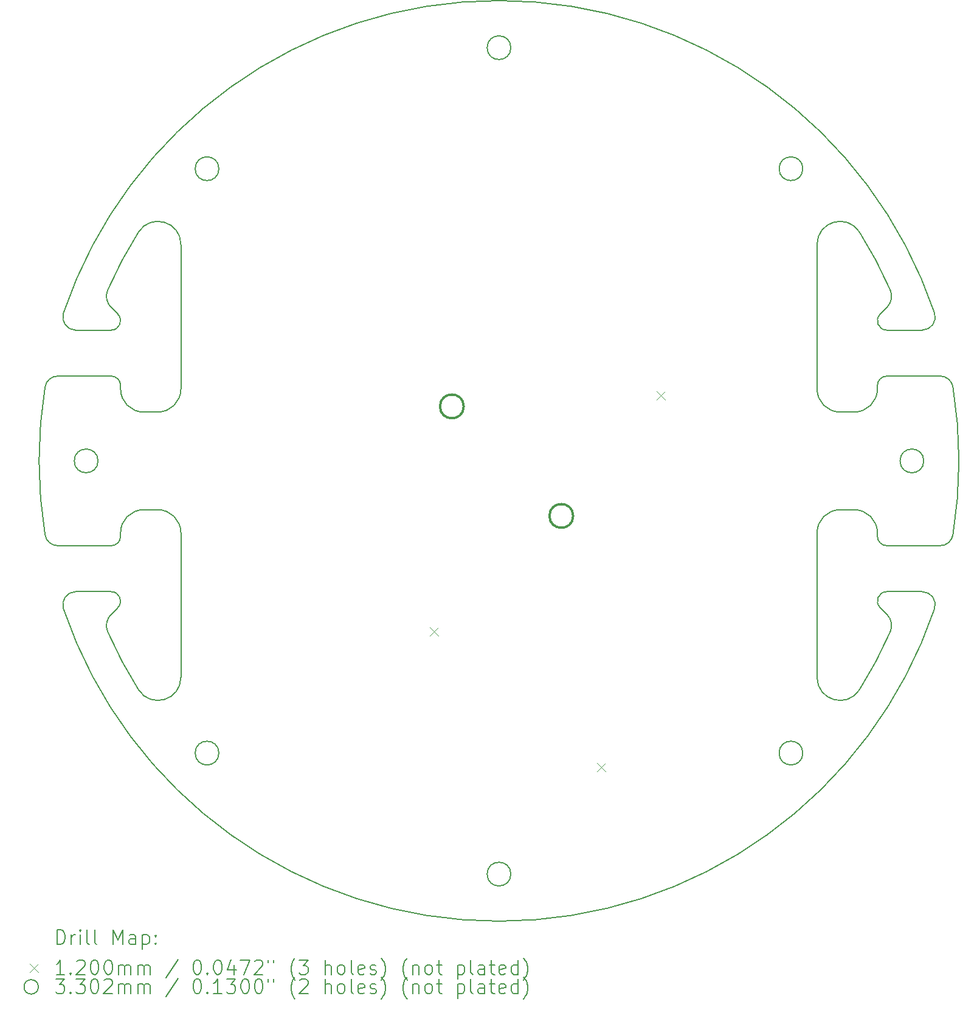
<source format=gbr>
%TF.GenerationSoftware,KiCad,Pcbnew,9.0.6-9.0.6~ubuntu24.04.1*%
%TF.CreationDate,2026-01-15T22:14:19+01:00*%
%TF.ProjectId,tuba-electronics,74756261-2d65-46c6-9563-74726f6e6963,0*%
%TF.SameCoordinates,Original*%
%TF.FileFunction,Drillmap*%
%TF.FilePolarity,Positive*%
%FSLAX45Y45*%
G04 Gerber Fmt 4.5, Leading zero omitted, Abs format (unit mm)*
G04 Created by KiCad (PCBNEW 9.0.6-9.0.6~ubuntu24.04.1) date 2026-01-15 22:14:19*
%MOMM*%
%LPD*%
G01*
G04 APERTURE LIST*
%ADD10C,0.200000*%
%ADD11C,0.120000*%
%ADD12C,0.330200*%
G04 APERTURE END LIST*
D10*
X19451654Y-12162993D02*
X19451654Y-10150000D01*
X20423650Y-7014156D02*
X20423650Y-7014156D01*
X8877500Y-10330000D02*
X9621654Y-10330000D01*
X10591654Y-12162993D02*
G75*
G02*
X10001432Y-12334398I-320000J0D01*
G01*
X20936654Y-9150000D02*
G75*
G02*
X20606654Y-9150000I-165000J0D01*
G01*
X20606654Y-9150000D02*
G75*
G02*
X20936654Y-9150000I165000J0D01*
G01*
X20469698Y-11529463D02*
G75*
G02*
X20041876Y-12334399I-5448028J2379453D01*
G01*
X21087077Y-7092169D02*
G75*
G02*
X20916620Y-7330000I-170457J-57831D01*
G01*
X21165801Y-7970000D02*
X20421654Y-7970000D01*
X20916620Y-10970000D02*
G75*
G02*
X21087077Y-11207831I0J-180000D01*
G01*
X20041876Y-12334398D02*
G75*
G02*
X19451646Y-12162993I-270226J171409D01*
G01*
X19771654Y-8470000D02*
G75*
G02*
X19451650Y-8150000I-4J320000D01*
G01*
X9621654Y-7970000D02*
X8876365Y-7970000D01*
X20291654Y-8100000D02*
G75*
G02*
X20421654Y-7970004I129996J0D01*
G01*
X9126682Y-7330000D02*
X9621654Y-7330000D01*
X9436654Y-9150000D02*
G75*
G02*
X9106654Y-9150000I-165000J0D01*
G01*
X9106654Y-9150000D02*
G75*
G02*
X9436654Y-9150000I165000J0D01*
G01*
X10071654Y-9830000D02*
X10271654Y-9830000D01*
X9751654Y-10150000D02*
G75*
G02*
X10071654Y-9830004I319996J0D01*
G01*
X9126682Y-7330000D02*
G75*
G02*
X8956224Y-7092166I-2J180000D01*
G01*
X20329730Y-11191924D02*
X20423651Y-11285845D01*
X20423650Y-7014156D02*
X20329730Y-7108076D01*
X8956231Y-7092169D02*
G75*
G02*
X21087077Y-7092169I6065423J-2057831D01*
G01*
X10591654Y-6137007D02*
X10591654Y-8150000D01*
X9619656Y-11285845D02*
X9713578Y-11191924D01*
X19451654Y-8150000D02*
X19451654Y-6137007D01*
X10001432Y-12334398D02*
G75*
G02*
X9573610Y-11529463I5020198J3184388D01*
G01*
X9619658Y-7014156D02*
G75*
G02*
X9573609Y-6770536I155562J155566D01*
G01*
X15186654Y-3400000D02*
G75*
G02*
X14856654Y-3400000I-165000J0D01*
G01*
X14856654Y-3400000D02*
G75*
G02*
X15186654Y-3400000I165000J0D01*
G01*
X19771654Y-9830000D02*
X19971654Y-9830000D01*
X19971654Y-9830000D02*
G75*
G02*
X20291650Y-10150000I-4J-320000D01*
G01*
X9573610Y-11529463D02*
G75*
G02*
X9619657Y-11285846I201610J88053D01*
G01*
X10001432Y-5965601D02*
G75*
G02*
X10591654Y-6137007I270223J-171406D01*
G01*
X19252518Y-13215864D02*
G75*
G02*
X18922518Y-13215864I-165000J0D01*
G01*
X18922518Y-13215864D02*
G75*
G02*
X19252518Y-13215864I165000J0D01*
G01*
X21343470Y-10178916D02*
G75*
G02*
X21165808Y-10329998I-177660J28916D01*
G01*
X9751654Y-10200000D02*
X9751654Y-10150000D01*
X21343470Y-8121084D02*
G75*
G02*
X21343470Y-10178916I-6321820J-1028916D01*
G01*
X10271654Y-8470000D02*
X10071654Y-8470000D01*
X20291654Y-10150000D02*
X20291654Y-10200000D01*
X10591654Y-10150000D02*
X10591654Y-12162993D01*
X20421654Y-7330000D02*
X20916620Y-7330000D01*
X9751654Y-8150000D02*
X9751654Y-8100000D01*
X20291654Y-8100000D02*
X20291654Y-8150000D01*
X21165801Y-7970000D02*
G75*
G02*
X21343471Y-8121084I-1J-180010D01*
G01*
X10591654Y-8150000D02*
G75*
G02*
X10271654Y-8470004I-320004J0D01*
G01*
X20291654Y-8150000D02*
G75*
G02*
X19971654Y-8470004I-320004J0D01*
G01*
X9621654Y-10970000D02*
X9126688Y-10970000D01*
X9621654Y-7970000D02*
G75*
G02*
X9751650Y-8100000I-4J-130000D01*
G01*
X9621654Y-10970000D02*
G75*
G02*
X9713576Y-11191922I-4J-130000D01*
G01*
X11120790Y-13215864D02*
G75*
G02*
X10790790Y-13215864I-165000J0D01*
G01*
X10790790Y-13215864D02*
G75*
G02*
X11120790Y-13215864I165000J0D01*
G01*
X19252518Y-5084136D02*
G75*
G02*
X18922518Y-5084136I-165000J0D01*
G01*
X18922518Y-5084136D02*
G75*
G02*
X19252518Y-5084136I165000J0D01*
G01*
X21087077Y-11207831D02*
G75*
G02*
X8956231Y-11207831I-6065423J2057831D01*
G01*
X19451654Y-10150000D02*
G75*
G02*
X19771654Y-9830004I319996J0D01*
G01*
X9713578Y-7108076D02*
G75*
G02*
X9621654Y-7330003I-91928J-91924D01*
G01*
X9573610Y-6770537D02*
G75*
G02*
X10001432Y-5965602I5448130J-2379513D01*
G01*
X20041876Y-5965601D02*
G75*
G02*
X20469698Y-6770537I-5020106J-3184339D01*
G01*
X19451654Y-12162993D02*
X19451654Y-12162993D01*
X20329730Y-11191924D02*
G75*
G02*
X20421654Y-10970003I91920J91924D01*
G01*
X8699838Y-10178916D02*
G75*
G02*
X8699838Y-8121084I6321812J1028916D01*
G01*
X9751654Y-10200000D02*
G75*
G02*
X9621654Y-10330004I-130004J0D01*
G01*
X9713578Y-7108076D02*
X9619658Y-7014156D01*
X19971654Y-8470000D02*
X19771654Y-8470000D01*
X20423651Y-11285845D02*
G75*
G02*
X20469699Y-11529464I-155561J-155565D01*
G01*
X20421654Y-10330000D02*
X21165808Y-10330000D01*
X20421654Y-10330000D02*
G75*
G02*
X20291650Y-10200000I-4J130000D01*
G01*
X19451654Y-6137007D02*
G75*
G02*
X20041869Y-5965606I319996J-3D01*
G01*
X20421654Y-7330000D02*
G75*
G02*
X20329728Y-7108074I-4J130000D01*
G01*
X20916620Y-10970000D02*
X20421654Y-10970000D01*
X8699838Y-8121084D02*
G75*
G02*
X8876365Y-7969994I177672J-28916D01*
G01*
X10271654Y-9830000D02*
G75*
G02*
X10591650Y-10150000I-4J-320000D01*
G01*
X11120790Y-5084136D02*
G75*
G02*
X10790790Y-5084136I-165000J0D01*
G01*
X10790790Y-5084136D02*
G75*
G02*
X11120790Y-5084136I165000J0D01*
G01*
X10071654Y-8470000D02*
G75*
G02*
X9751650Y-8150000I-4J320000D01*
G01*
X15186654Y-14900000D02*
G75*
G02*
X14856654Y-14900000I-165000J0D01*
G01*
X14856654Y-14900000D02*
G75*
G02*
X15186654Y-14900000I165000J0D01*
G01*
X20469698Y-6770537D02*
G75*
G02*
X20423650Y-7014156I-201618J-88053D01*
G01*
X8956231Y-11207831D02*
G75*
G02*
X9126688Y-10969998I170459J57831D01*
G01*
X8877500Y-10330000D02*
G75*
G02*
X8699838Y-10178916I0J180000D01*
G01*
D11*
X14057500Y-11465000D02*
X14177500Y-11585000D01*
X14177500Y-11465000D02*
X14057500Y-11585000D01*
X16387500Y-13350000D02*
X16507500Y-13470000D01*
X16507500Y-13350000D02*
X16387500Y-13470000D01*
X17217500Y-8180000D02*
X17337500Y-8300000D01*
X17337500Y-8180000D02*
X17217500Y-8300000D01*
D12*
X14530600Y-8391700D02*
G75*
G02*
X14200400Y-8391700I-165100J0D01*
G01*
X14200400Y-8391700D02*
G75*
G02*
X14530600Y-8391700I165100J0D01*
G01*
X16054600Y-9915700D02*
G75*
G02*
X15724400Y-9915700I-165100J0D01*
G01*
X15724400Y-9915700D02*
G75*
G02*
X16054600Y-9915700I165100J0D01*
G01*
D10*
X8867430Y-15876484D02*
X8867430Y-15676484D01*
X8867430Y-15676484D02*
X8915049Y-15676484D01*
X8915049Y-15676484D02*
X8943621Y-15686008D01*
X8943621Y-15686008D02*
X8962669Y-15705055D01*
X8962669Y-15705055D02*
X8972192Y-15724103D01*
X8972192Y-15724103D02*
X8981716Y-15762198D01*
X8981716Y-15762198D02*
X8981716Y-15790769D01*
X8981716Y-15790769D02*
X8972192Y-15828865D01*
X8972192Y-15828865D02*
X8962669Y-15847912D01*
X8962669Y-15847912D02*
X8943621Y-15866960D01*
X8943621Y-15866960D02*
X8915049Y-15876484D01*
X8915049Y-15876484D02*
X8867430Y-15876484D01*
X9067430Y-15876484D02*
X9067430Y-15743150D01*
X9067430Y-15781246D02*
X9076954Y-15762198D01*
X9076954Y-15762198D02*
X9086478Y-15752674D01*
X9086478Y-15752674D02*
X9105526Y-15743150D01*
X9105526Y-15743150D02*
X9124573Y-15743150D01*
X9191240Y-15876484D02*
X9191240Y-15743150D01*
X9191240Y-15676484D02*
X9181716Y-15686008D01*
X9181716Y-15686008D02*
X9191240Y-15695531D01*
X9191240Y-15695531D02*
X9200764Y-15686008D01*
X9200764Y-15686008D02*
X9191240Y-15676484D01*
X9191240Y-15676484D02*
X9191240Y-15695531D01*
X9315049Y-15876484D02*
X9296002Y-15866960D01*
X9296002Y-15866960D02*
X9286478Y-15847912D01*
X9286478Y-15847912D02*
X9286478Y-15676484D01*
X9419811Y-15876484D02*
X9400764Y-15866960D01*
X9400764Y-15866960D02*
X9391240Y-15847912D01*
X9391240Y-15847912D02*
X9391240Y-15676484D01*
X9648383Y-15876484D02*
X9648383Y-15676484D01*
X9648383Y-15676484D02*
X9715050Y-15819341D01*
X9715050Y-15819341D02*
X9781716Y-15676484D01*
X9781716Y-15676484D02*
X9781716Y-15876484D01*
X9962669Y-15876484D02*
X9962669Y-15771722D01*
X9962669Y-15771722D02*
X9953145Y-15752674D01*
X9953145Y-15752674D02*
X9934097Y-15743150D01*
X9934097Y-15743150D02*
X9896002Y-15743150D01*
X9896002Y-15743150D02*
X9876954Y-15752674D01*
X9962669Y-15866960D02*
X9943621Y-15876484D01*
X9943621Y-15876484D02*
X9896002Y-15876484D01*
X9896002Y-15876484D02*
X9876954Y-15866960D01*
X9876954Y-15866960D02*
X9867430Y-15847912D01*
X9867430Y-15847912D02*
X9867430Y-15828865D01*
X9867430Y-15828865D02*
X9876954Y-15809817D01*
X9876954Y-15809817D02*
X9896002Y-15800293D01*
X9896002Y-15800293D02*
X9943621Y-15800293D01*
X9943621Y-15800293D02*
X9962669Y-15790769D01*
X10057907Y-15743150D02*
X10057907Y-15943150D01*
X10057907Y-15752674D02*
X10076954Y-15743150D01*
X10076954Y-15743150D02*
X10115050Y-15743150D01*
X10115050Y-15743150D02*
X10134097Y-15752674D01*
X10134097Y-15752674D02*
X10143621Y-15762198D01*
X10143621Y-15762198D02*
X10153145Y-15781246D01*
X10153145Y-15781246D02*
X10153145Y-15838388D01*
X10153145Y-15838388D02*
X10143621Y-15857436D01*
X10143621Y-15857436D02*
X10134097Y-15866960D01*
X10134097Y-15866960D02*
X10115050Y-15876484D01*
X10115050Y-15876484D02*
X10076954Y-15876484D01*
X10076954Y-15876484D02*
X10057907Y-15866960D01*
X10238859Y-15857436D02*
X10248383Y-15866960D01*
X10248383Y-15866960D02*
X10238859Y-15876484D01*
X10238859Y-15876484D02*
X10229335Y-15866960D01*
X10229335Y-15866960D02*
X10238859Y-15857436D01*
X10238859Y-15857436D02*
X10238859Y-15876484D01*
X10238859Y-15752674D02*
X10248383Y-15762198D01*
X10248383Y-15762198D02*
X10238859Y-15771722D01*
X10238859Y-15771722D02*
X10229335Y-15762198D01*
X10229335Y-15762198D02*
X10238859Y-15752674D01*
X10238859Y-15752674D02*
X10238859Y-15771722D01*
D11*
X8486654Y-16145000D02*
X8606654Y-16265000D01*
X8606654Y-16145000D02*
X8486654Y-16265000D01*
D10*
X8972192Y-16296484D02*
X8857907Y-16296484D01*
X8915049Y-16296484D02*
X8915049Y-16096484D01*
X8915049Y-16096484D02*
X8896002Y-16125055D01*
X8896002Y-16125055D02*
X8876954Y-16144103D01*
X8876954Y-16144103D02*
X8857907Y-16153627D01*
X9057907Y-16277436D02*
X9067430Y-16286960D01*
X9067430Y-16286960D02*
X9057907Y-16296484D01*
X9057907Y-16296484D02*
X9048383Y-16286960D01*
X9048383Y-16286960D02*
X9057907Y-16277436D01*
X9057907Y-16277436D02*
X9057907Y-16296484D01*
X9143621Y-16115531D02*
X9153145Y-16106008D01*
X9153145Y-16106008D02*
X9172192Y-16096484D01*
X9172192Y-16096484D02*
X9219811Y-16096484D01*
X9219811Y-16096484D02*
X9238859Y-16106008D01*
X9238859Y-16106008D02*
X9248383Y-16115531D01*
X9248383Y-16115531D02*
X9257907Y-16134579D01*
X9257907Y-16134579D02*
X9257907Y-16153627D01*
X9257907Y-16153627D02*
X9248383Y-16182198D01*
X9248383Y-16182198D02*
X9134097Y-16296484D01*
X9134097Y-16296484D02*
X9257907Y-16296484D01*
X9381716Y-16096484D02*
X9400764Y-16096484D01*
X9400764Y-16096484D02*
X9419811Y-16106008D01*
X9419811Y-16106008D02*
X9429335Y-16115531D01*
X9429335Y-16115531D02*
X9438859Y-16134579D01*
X9438859Y-16134579D02*
X9448383Y-16172674D01*
X9448383Y-16172674D02*
X9448383Y-16220293D01*
X9448383Y-16220293D02*
X9438859Y-16258388D01*
X9438859Y-16258388D02*
X9429335Y-16277436D01*
X9429335Y-16277436D02*
X9419811Y-16286960D01*
X9419811Y-16286960D02*
X9400764Y-16296484D01*
X9400764Y-16296484D02*
X9381716Y-16296484D01*
X9381716Y-16296484D02*
X9362669Y-16286960D01*
X9362669Y-16286960D02*
X9353145Y-16277436D01*
X9353145Y-16277436D02*
X9343621Y-16258388D01*
X9343621Y-16258388D02*
X9334097Y-16220293D01*
X9334097Y-16220293D02*
X9334097Y-16172674D01*
X9334097Y-16172674D02*
X9343621Y-16134579D01*
X9343621Y-16134579D02*
X9353145Y-16115531D01*
X9353145Y-16115531D02*
X9362669Y-16106008D01*
X9362669Y-16106008D02*
X9381716Y-16096484D01*
X9572192Y-16096484D02*
X9591240Y-16096484D01*
X9591240Y-16096484D02*
X9610288Y-16106008D01*
X9610288Y-16106008D02*
X9619811Y-16115531D01*
X9619811Y-16115531D02*
X9629335Y-16134579D01*
X9629335Y-16134579D02*
X9638859Y-16172674D01*
X9638859Y-16172674D02*
X9638859Y-16220293D01*
X9638859Y-16220293D02*
X9629335Y-16258388D01*
X9629335Y-16258388D02*
X9619811Y-16277436D01*
X9619811Y-16277436D02*
X9610288Y-16286960D01*
X9610288Y-16286960D02*
X9591240Y-16296484D01*
X9591240Y-16296484D02*
X9572192Y-16296484D01*
X9572192Y-16296484D02*
X9553145Y-16286960D01*
X9553145Y-16286960D02*
X9543621Y-16277436D01*
X9543621Y-16277436D02*
X9534097Y-16258388D01*
X9534097Y-16258388D02*
X9524573Y-16220293D01*
X9524573Y-16220293D02*
X9524573Y-16172674D01*
X9524573Y-16172674D02*
X9534097Y-16134579D01*
X9534097Y-16134579D02*
X9543621Y-16115531D01*
X9543621Y-16115531D02*
X9553145Y-16106008D01*
X9553145Y-16106008D02*
X9572192Y-16096484D01*
X9724573Y-16296484D02*
X9724573Y-16163150D01*
X9724573Y-16182198D02*
X9734097Y-16172674D01*
X9734097Y-16172674D02*
X9753145Y-16163150D01*
X9753145Y-16163150D02*
X9781716Y-16163150D01*
X9781716Y-16163150D02*
X9800764Y-16172674D01*
X9800764Y-16172674D02*
X9810288Y-16191722D01*
X9810288Y-16191722D02*
X9810288Y-16296484D01*
X9810288Y-16191722D02*
X9819811Y-16172674D01*
X9819811Y-16172674D02*
X9838859Y-16163150D01*
X9838859Y-16163150D02*
X9867430Y-16163150D01*
X9867430Y-16163150D02*
X9886478Y-16172674D01*
X9886478Y-16172674D02*
X9896002Y-16191722D01*
X9896002Y-16191722D02*
X9896002Y-16296484D01*
X9991240Y-16296484D02*
X9991240Y-16163150D01*
X9991240Y-16182198D02*
X10000764Y-16172674D01*
X10000764Y-16172674D02*
X10019811Y-16163150D01*
X10019811Y-16163150D02*
X10048383Y-16163150D01*
X10048383Y-16163150D02*
X10067431Y-16172674D01*
X10067431Y-16172674D02*
X10076954Y-16191722D01*
X10076954Y-16191722D02*
X10076954Y-16296484D01*
X10076954Y-16191722D02*
X10086478Y-16172674D01*
X10086478Y-16172674D02*
X10105526Y-16163150D01*
X10105526Y-16163150D02*
X10134097Y-16163150D01*
X10134097Y-16163150D02*
X10153145Y-16172674D01*
X10153145Y-16172674D02*
X10162669Y-16191722D01*
X10162669Y-16191722D02*
X10162669Y-16296484D01*
X10553145Y-16086960D02*
X10381716Y-16344103D01*
X10810288Y-16096484D02*
X10829335Y-16096484D01*
X10829335Y-16096484D02*
X10848383Y-16106008D01*
X10848383Y-16106008D02*
X10857907Y-16115531D01*
X10857907Y-16115531D02*
X10867431Y-16134579D01*
X10867431Y-16134579D02*
X10876954Y-16172674D01*
X10876954Y-16172674D02*
X10876954Y-16220293D01*
X10876954Y-16220293D02*
X10867431Y-16258388D01*
X10867431Y-16258388D02*
X10857907Y-16277436D01*
X10857907Y-16277436D02*
X10848383Y-16286960D01*
X10848383Y-16286960D02*
X10829335Y-16296484D01*
X10829335Y-16296484D02*
X10810288Y-16296484D01*
X10810288Y-16296484D02*
X10791240Y-16286960D01*
X10791240Y-16286960D02*
X10781716Y-16277436D01*
X10781716Y-16277436D02*
X10772193Y-16258388D01*
X10772193Y-16258388D02*
X10762669Y-16220293D01*
X10762669Y-16220293D02*
X10762669Y-16172674D01*
X10762669Y-16172674D02*
X10772193Y-16134579D01*
X10772193Y-16134579D02*
X10781716Y-16115531D01*
X10781716Y-16115531D02*
X10791240Y-16106008D01*
X10791240Y-16106008D02*
X10810288Y-16096484D01*
X10962669Y-16277436D02*
X10972193Y-16286960D01*
X10972193Y-16286960D02*
X10962669Y-16296484D01*
X10962669Y-16296484D02*
X10953145Y-16286960D01*
X10953145Y-16286960D02*
X10962669Y-16277436D01*
X10962669Y-16277436D02*
X10962669Y-16296484D01*
X11096002Y-16096484D02*
X11115050Y-16096484D01*
X11115050Y-16096484D02*
X11134097Y-16106008D01*
X11134097Y-16106008D02*
X11143621Y-16115531D01*
X11143621Y-16115531D02*
X11153145Y-16134579D01*
X11153145Y-16134579D02*
X11162669Y-16172674D01*
X11162669Y-16172674D02*
X11162669Y-16220293D01*
X11162669Y-16220293D02*
X11153145Y-16258388D01*
X11153145Y-16258388D02*
X11143621Y-16277436D01*
X11143621Y-16277436D02*
X11134097Y-16286960D01*
X11134097Y-16286960D02*
X11115050Y-16296484D01*
X11115050Y-16296484D02*
X11096002Y-16296484D01*
X11096002Y-16296484D02*
X11076954Y-16286960D01*
X11076954Y-16286960D02*
X11067431Y-16277436D01*
X11067431Y-16277436D02*
X11057907Y-16258388D01*
X11057907Y-16258388D02*
X11048383Y-16220293D01*
X11048383Y-16220293D02*
X11048383Y-16172674D01*
X11048383Y-16172674D02*
X11057907Y-16134579D01*
X11057907Y-16134579D02*
X11067431Y-16115531D01*
X11067431Y-16115531D02*
X11076954Y-16106008D01*
X11076954Y-16106008D02*
X11096002Y-16096484D01*
X11334097Y-16163150D02*
X11334097Y-16296484D01*
X11286478Y-16086960D02*
X11238859Y-16229817D01*
X11238859Y-16229817D02*
X11362669Y-16229817D01*
X11419812Y-16096484D02*
X11553145Y-16096484D01*
X11553145Y-16096484D02*
X11467431Y-16296484D01*
X11619812Y-16115531D02*
X11629335Y-16106008D01*
X11629335Y-16106008D02*
X11648383Y-16096484D01*
X11648383Y-16096484D02*
X11696002Y-16096484D01*
X11696002Y-16096484D02*
X11715050Y-16106008D01*
X11715050Y-16106008D02*
X11724573Y-16115531D01*
X11724573Y-16115531D02*
X11734097Y-16134579D01*
X11734097Y-16134579D02*
X11734097Y-16153627D01*
X11734097Y-16153627D02*
X11724573Y-16182198D01*
X11724573Y-16182198D02*
X11610288Y-16296484D01*
X11610288Y-16296484D02*
X11734097Y-16296484D01*
X11810288Y-16096484D02*
X11810288Y-16134579D01*
X11886478Y-16096484D02*
X11886478Y-16134579D01*
X12181716Y-16372674D02*
X12172193Y-16363150D01*
X12172193Y-16363150D02*
X12153145Y-16334579D01*
X12153145Y-16334579D02*
X12143621Y-16315531D01*
X12143621Y-16315531D02*
X12134097Y-16286960D01*
X12134097Y-16286960D02*
X12124574Y-16239341D01*
X12124574Y-16239341D02*
X12124574Y-16201246D01*
X12124574Y-16201246D02*
X12134097Y-16153627D01*
X12134097Y-16153627D02*
X12143621Y-16125055D01*
X12143621Y-16125055D02*
X12153145Y-16106008D01*
X12153145Y-16106008D02*
X12172193Y-16077436D01*
X12172193Y-16077436D02*
X12181716Y-16067912D01*
X12238859Y-16096484D02*
X12362669Y-16096484D01*
X12362669Y-16096484D02*
X12296002Y-16172674D01*
X12296002Y-16172674D02*
X12324574Y-16172674D01*
X12324574Y-16172674D02*
X12343621Y-16182198D01*
X12343621Y-16182198D02*
X12353145Y-16191722D01*
X12353145Y-16191722D02*
X12362669Y-16210769D01*
X12362669Y-16210769D02*
X12362669Y-16258388D01*
X12362669Y-16258388D02*
X12353145Y-16277436D01*
X12353145Y-16277436D02*
X12343621Y-16286960D01*
X12343621Y-16286960D02*
X12324574Y-16296484D01*
X12324574Y-16296484D02*
X12267431Y-16296484D01*
X12267431Y-16296484D02*
X12248383Y-16286960D01*
X12248383Y-16286960D02*
X12238859Y-16277436D01*
X12600764Y-16296484D02*
X12600764Y-16096484D01*
X12686478Y-16296484D02*
X12686478Y-16191722D01*
X12686478Y-16191722D02*
X12676955Y-16172674D01*
X12676955Y-16172674D02*
X12657907Y-16163150D01*
X12657907Y-16163150D02*
X12629335Y-16163150D01*
X12629335Y-16163150D02*
X12610288Y-16172674D01*
X12610288Y-16172674D02*
X12600764Y-16182198D01*
X12810288Y-16296484D02*
X12791240Y-16286960D01*
X12791240Y-16286960D02*
X12781716Y-16277436D01*
X12781716Y-16277436D02*
X12772193Y-16258388D01*
X12772193Y-16258388D02*
X12772193Y-16201246D01*
X12772193Y-16201246D02*
X12781716Y-16182198D01*
X12781716Y-16182198D02*
X12791240Y-16172674D01*
X12791240Y-16172674D02*
X12810288Y-16163150D01*
X12810288Y-16163150D02*
X12838859Y-16163150D01*
X12838859Y-16163150D02*
X12857907Y-16172674D01*
X12857907Y-16172674D02*
X12867431Y-16182198D01*
X12867431Y-16182198D02*
X12876955Y-16201246D01*
X12876955Y-16201246D02*
X12876955Y-16258388D01*
X12876955Y-16258388D02*
X12867431Y-16277436D01*
X12867431Y-16277436D02*
X12857907Y-16286960D01*
X12857907Y-16286960D02*
X12838859Y-16296484D01*
X12838859Y-16296484D02*
X12810288Y-16296484D01*
X12991240Y-16296484D02*
X12972193Y-16286960D01*
X12972193Y-16286960D02*
X12962669Y-16267912D01*
X12962669Y-16267912D02*
X12962669Y-16096484D01*
X13143621Y-16286960D02*
X13124574Y-16296484D01*
X13124574Y-16296484D02*
X13086478Y-16296484D01*
X13086478Y-16296484D02*
X13067431Y-16286960D01*
X13067431Y-16286960D02*
X13057907Y-16267912D01*
X13057907Y-16267912D02*
X13057907Y-16191722D01*
X13057907Y-16191722D02*
X13067431Y-16172674D01*
X13067431Y-16172674D02*
X13086478Y-16163150D01*
X13086478Y-16163150D02*
X13124574Y-16163150D01*
X13124574Y-16163150D02*
X13143621Y-16172674D01*
X13143621Y-16172674D02*
X13153145Y-16191722D01*
X13153145Y-16191722D02*
X13153145Y-16210769D01*
X13153145Y-16210769D02*
X13057907Y-16229817D01*
X13229336Y-16286960D02*
X13248383Y-16296484D01*
X13248383Y-16296484D02*
X13286478Y-16296484D01*
X13286478Y-16296484D02*
X13305526Y-16286960D01*
X13305526Y-16286960D02*
X13315050Y-16267912D01*
X13315050Y-16267912D02*
X13315050Y-16258388D01*
X13315050Y-16258388D02*
X13305526Y-16239341D01*
X13305526Y-16239341D02*
X13286478Y-16229817D01*
X13286478Y-16229817D02*
X13257907Y-16229817D01*
X13257907Y-16229817D02*
X13238859Y-16220293D01*
X13238859Y-16220293D02*
X13229336Y-16201246D01*
X13229336Y-16201246D02*
X13229336Y-16191722D01*
X13229336Y-16191722D02*
X13238859Y-16172674D01*
X13238859Y-16172674D02*
X13257907Y-16163150D01*
X13257907Y-16163150D02*
X13286478Y-16163150D01*
X13286478Y-16163150D02*
X13305526Y-16172674D01*
X13381717Y-16372674D02*
X13391240Y-16363150D01*
X13391240Y-16363150D02*
X13410288Y-16334579D01*
X13410288Y-16334579D02*
X13419812Y-16315531D01*
X13419812Y-16315531D02*
X13429336Y-16286960D01*
X13429336Y-16286960D02*
X13438859Y-16239341D01*
X13438859Y-16239341D02*
X13438859Y-16201246D01*
X13438859Y-16201246D02*
X13429336Y-16153627D01*
X13429336Y-16153627D02*
X13419812Y-16125055D01*
X13419812Y-16125055D02*
X13410288Y-16106008D01*
X13410288Y-16106008D02*
X13391240Y-16077436D01*
X13391240Y-16077436D02*
X13381717Y-16067912D01*
X13743621Y-16372674D02*
X13734097Y-16363150D01*
X13734097Y-16363150D02*
X13715050Y-16334579D01*
X13715050Y-16334579D02*
X13705526Y-16315531D01*
X13705526Y-16315531D02*
X13696002Y-16286960D01*
X13696002Y-16286960D02*
X13686478Y-16239341D01*
X13686478Y-16239341D02*
X13686478Y-16201246D01*
X13686478Y-16201246D02*
X13696002Y-16153627D01*
X13696002Y-16153627D02*
X13705526Y-16125055D01*
X13705526Y-16125055D02*
X13715050Y-16106008D01*
X13715050Y-16106008D02*
X13734097Y-16077436D01*
X13734097Y-16077436D02*
X13743621Y-16067912D01*
X13819812Y-16163150D02*
X13819812Y-16296484D01*
X13819812Y-16182198D02*
X13829336Y-16172674D01*
X13829336Y-16172674D02*
X13848383Y-16163150D01*
X13848383Y-16163150D02*
X13876955Y-16163150D01*
X13876955Y-16163150D02*
X13896002Y-16172674D01*
X13896002Y-16172674D02*
X13905526Y-16191722D01*
X13905526Y-16191722D02*
X13905526Y-16296484D01*
X14029336Y-16296484D02*
X14010288Y-16286960D01*
X14010288Y-16286960D02*
X14000764Y-16277436D01*
X14000764Y-16277436D02*
X13991240Y-16258388D01*
X13991240Y-16258388D02*
X13991240Y-16201246D01*
X13991240Y-16201246D02*
X14000764Y-16182198D01*
X14000764Y-16182198D02*
X14010288Y-16172674D01*
X14010288Y-16172674D02*
X14029336Y-16163150D01*
X14029336Y-16163150D02*
X14057907Y-16163150D01*
X14057907Y-16163150D02*
X14076955Y-16172674D01*
X14076955Y-16172674D02*
X14086478Y-16182198D01*
X14086478Y-16182198D02*
X14096002Y-16201246D01*
X14096002Y-16201246D02*
X14096002Y-16258388D01*
X14096002Y-16258388D02*
X14086478Y-16277436D01*
X14086478Y-16277436D02*
X14076955Y-16286960D01*
X14076955Y-16286960D02*
X14057907Y-16296484D01*
X14057907Y-16296484D02*
X14029336Y-16296484D01*
X14153145Y-16163150D02*
X14229336Y-16163150D01*
X14181717Y-16096484D02*
X14181717Y-16267912D01*
X14181717Y-16267912D02*
X14191240Y-16286960D01*
X14191240Y-16286960D02*
X14210288Y-16296484D01*
X14210288Y-16296484D02*
X14229336Y-16296484D01*
X14448383Y-16163150D02*
X14448383Y-16363150D01*
X14448383Y-16172674D02*
X14467431Y-16163150D01*
X14467431Y-16163150D02*
X14505526Y-16163150D01*
X14505526Y-16163150D02*
X14524574Y-16172674D01*
X14524574Y-16172674D02*
X14534098Y-16182198D01*
X14534098Y-16182198D02*
X14543621Y-16201246D01*
X14543621Y-16201246D02*
X14543621Y-16258388D01*
X14543621Y-16258388D02*
X14534098Y-16277436D01*
X14534098Y-16277436D02*
X14524574Y-16286960D01*
X14524574Y-16286960D02*
X14505526Y-16296484D01*
X14505526Y-16296484D02*
X14467431Y-16296484D01*
X14467431Y-16296484D02*
X14448383Y-16286960D01*
X14657907Y-16296484D02*
X14638859Y-16286960D01*
X14638859Y-16286960D02*
X14629336Y-16267912D01*
X14629336Y-16267912D02*
X14629336Y-16096484D01*
X14819812Y-16296484D02*
X14819812Y-16191722D01*
X14819812Y-16191722D02*
X14810288Y-16172674D01*
X14810288Y-16172674D02*
X14791240Y-16163150D01*
X14791240Y-16163150D02*
X14753145Y-16163150D01*
X14753145Y-16163150D02*
X14734098Y-16172674D01*
X14819812Y-16286960D02*
X14800764Y-16296484D01*
X14800764Y-16296484D02*
X14753145Y-16296484D01*
X14753145Y-16296484D02*
X14734098Y-16286960D01*
X14734098Y-16286960D02*
X14724574Y-16267912D01*
X14724574Y-16267912D02*
X14724574Y-16248865D01*
X14724574Y-16248865D02*
X14734098Y-16229817D01*
X14734098Y-16229817D02*
X14753145Y-16220293D01*
X14753145Y-16220293D02*
X14800764Y-16220293D01*
X14800764Y-16220293D02*
X14819812Y-16210769D01*
X14886479Y-16163150D02*
X14962669Y-16163150D01*
X14915050Y-16096484D02*
X14915050Y-16267912D01*
X14915050Y-16267912D02*
X14924574Y-16286960D01*
X14924574Y-16286960D02*
X14943621Y-16296484D01*
X14943621Y-16296484D02*
X14962669Y-16296484D01*
X15105526Y-16286960D02*
X15086479Y-16296484D01*
X15086479Y-16296484D02*
X15048383Y-16296484D01*
X15048383Y-16296484D02*
X15029336Y-16286960D01*
X15029336Y-16286960D02*
X15019812Y-16267912D01*
X15019812Y-16267912D02*
X15019812Y-16191722D01*
X15019812Y-16191722D02*
X15029336Y-16172674D01*
X15029336Y-16172674D02*
X15048383Y-16163150D01*
X15048383Y-16163150D02*
X15086479Y-16163150D01*
X15086479Y-16163150D02*
X15105526Y-16172674D01*
X15105526Y-16172674D02*
X15115050Y-16191722D01*
X15115050Y-16191722D02*
X15115050Y-16210769D01*
X15115050Y-16210769D02*
X15019812Y-16229817D01*
X15286479Y-16296484D02*
X15286479Y-16096484D01*
X15286479Y-16286960D02*
X15267431Y-16296484D01*
X15267431Y-16296484D02*
X15229336Y-16296484D01*
X15229336Y-16296484D02*
X15210288Y-16286960D01*
X15210288Y-16286960D02*
X15200764Y-16277436D01*
X15200764Y-16277436D02*
X15191240Y-16258388D01*
X15191240Y-16258388D02*
X15191240Y-16201246D01*
X15191240Y-16201246D02*
X15200764Y-16182198D01*
X15200764Y-16182198D02*
X15210288Y-16172674D01*
X15210288Y-16172674D02*
X15229336Y-16163150D01*
X15229336Y-16163150D02*
X15267431Y-16163150D01*
X15267431Y-16163150D02*
X15286479Y-16172674D01*
X15362669Y-16372674D02*
X15372193Y-16363150D01*
X15372193Y-16363150D02*
X15391240Y-16334579D01*
X15391240Y-16334579D02*
X15400764Y-16315531D01*
X15400764Y-16315531D02*
X15410288Y-16286960D01*
X15410288Y-16286960D02*
X15419812Y-16239341D01*
X15419812Y-16239341D02*
X15419812Y-16201246D01*
X15419812Y-16201246D02*
X15410288Y-16153627D01*
X15410288Y-16153627D02*
X15400764Y-16125055D01*
X15400764Y-16125055D02*
X15391240Y-16106008D01*
X15391240Y-16106008D02*
X15372193Y-16077436D01*
X15372193Y-16077436D02*
X15362669Y-16067912D01*
X8606654Y-16469000D02*
G75*
G02*
X8406654Y-16469000I-100000J0D01*
G01*
X8406654Y-16469000D02*
G75*
G02*
X8606654Y-16469000I100000J0D01*
G01*
X8848383Y-16360484D02*
X8972192Y-16360484D01*
X8972192Y-16360484D02*
X8905526Y-16436674D01*
X8905526Y-16436674D02*
X8934097Y-16436674D01*
X8934097Y-16436674D02*
X8953145Y-16446198D01*
X8953145Y-16446198D02*
X8962669Y-16455722D01*
X8962669Y-16455722D02*
X8972192Y-16474769D01*
X8972192Y-16474769D02*
X8972192Y-16522388D01*
X8972192Y-16522388D02*
X8962669Y-16541436D01*
X8962669Y-16541436D02*
X8953145Y-16550960D01*
X8953145Y-16550960D02*
X8934097Y-16560484D01*
X8934097Y-16560484D02*
X8876954Y-16560484D01*
X8876954Y-16560484D02*
X8857907Y-16550960D01*
X8857907Y-16550960D02*
X8848383Y-16541436D01*
X9057907Y-16541436D02*
X9067430Y-16550960D01*
X9067430Y-16550960D02*
X9057907Y-16560484D01*
X9057907Y-16560484D02*
X9048383Y-16550960D01*
X9048383Y-16550960D02*
X9057907Y-16541436D01*
X9057907Y-16541436D02*
X9057907Y-16560484D01*
X9134097Y-16360484D02*
X9257907Y-16360484D01*
X9257907Y-16360484D02*
X9191240Y-16436674D01*
X9191240Y-16436674D02*
X9219811Y-16436674D01*
X9219811Y-16436674D02*
X9238859Y-16446198D01*
X9238859Y-16446198D02*
X9248383Y-16455722D01*
X9248383Y-16455722D02*
X9257907Y-16474769D01*
X9257907Y-16474769D02*
X9257907Y-16522388D01*
X9257907Y-16522388D02*
X9248383Y-16541436D01*
X9248383Y-16541436D02*
X9238859Y-16550960D01*
X9238859Y-16550960D02*
X9219811Y-16560484D01*
X9219811Y-16560484D02*
X9162669Y-16560484D01*
X9162669Y-16560484D02*
X9143621Y-16550960D01*
X9143621Y-16550960D02*
X9134097Y-16541436D01*
X9381716Y-16360484D02*
X9400764Y-16360484D01*
X9400764Y-16360484D02*
X9419811Y-16370008D01*
X9419811Y-16370008D02*
X9429335Y-16379531D01*
X9429335Y-16379531D02*
X9438859Y-16398579D01*
X9438859Y-16398579D02*
X9448383Y-16436674D01*
X9448383Y-16436674D02*
X9448383Y-16484293D01*
X9448383Y-16484293D02*
X9438859Y-16522388D01*
X9438859Y-16522388D02*
X9429335Y-16541436D01*
X9429335Y-16541436D02*
X9419811Y-16550960D01*
X9419811Y-16550960D02*
X9400764Y-16560484D01*
X9400764Y-16560484D02*
X9381716Y-16560484D01*
X9381716Y-16560484D02*
X9362669Y-16550960D01*
X9362669Y-16550960D02*
X9353145Y-16541436D01*
X9353145Y-16541436D02*
X9343621Y-16522388D01*
X9343621Y-16522388D02*
X9334097Y-16484293D01*
X9334097Y-16484293D02*
X9334097Y-16436674D01*
X9334097Y-16436674D02*
X9343621Y-16398579D01*
X9343621Y-16398579D02*
X9353145Y-16379531D01*
X9353145Y-16379531D02*
X9362669Y-16370008D01*
X9362669Y-16370008D02*
X9381716Y-16360484D01*
X9524573Y-16379531D02*
X9534097Y-16370008D01*
X9534097Y-16370008D02*
X9553145Y-16360484D01*
X9553145Y-16360484D02*
X9600764Y-16360484D01*
X9600764Y-16360484D02*
X9619811Y-16370008D01*
X9619811Y-16370008D02*
X9629335Y-16379531D01*
X9629335Y-16379531D02*
X9638859Y-16398579D01*
X9638859Y-16398579D02*
X9638859Y-16417627D01*
X9638859Y-16417627D02*
X9629335Y-16446198D01*
X9629335Y-16446198D02*
X9515050Y-16560484D01*
X9515050Y-16560484D02*
X9638859Y-16560484D01*
X9724573Y-16560484D02*
X9724573Y-16427150D01*
X9724573Y-16446198D02*
X9734097Y-16436674D01*
X9734097Y-16436674D02*
X9753145Y-16427150D01*
X9753145Y-16427150D02*
X9781716Y-16427150D01*
X9781716Y-16427150D02*
X9800764Y-16436674D01*
X9800764Y-16436674D02*
X9810288Y-16455722D01*
X9810288Y-16455722D02*
X9810288Y-16560484D01*
X9810288Y-16455722D02*
X9819811Y-16436674D01*
X9819811Y-16436674D02*
X9838859Y-16427150D01*
X9838859Y-16427150D02*
X9867430Y-16427150D01*
X9867430Y-16427150D02*
X9886478Y-16436674D01*
X9886478Y-16436674D02*
X9896002Y-16455722D01*
X9896002Y-16455722D02*
X9896002Y-16560484D01*
X9991240Y-16560484D02*
X9991240Y-16427150D01*
X9991240Y-16446198D02*
X10000764Y-16436674D01*
X10000764Y-16436674D02*
X10019811Y-16427150D01*
X10019811Y-16427150D02*
X10048383Y-16427150D01*
X10048383Y-16427150D02*
X10067431Y-16436674D01*
X10067431Y-16436674D02*
X10076954Y-16455722D01*
X10076954Y-16455722D02*
X10076954Y-16560484D01*
X10076954Y-16455722D02*
X10086478Y-16436674D01*
X10086478Y-16436674D02*
X10105526Y-16427150D01*
X10105526Y-16427150D02*
X10134097Y-16427150D01*
X10134097Y-16427150D02*
X10153145Y-16436674D01*
X10153145Y-16436674D02*
X10162669Y-16455722D01*
X10162669Y-16455722D02*
X10162669Y-16560484D01*
X10553145Y-16350960D02*
X10381716Y-16608103D01*
X10810288Y-16360484D02*
X10829335Y-16360484D01*
X10829335Y-16360484D02*
X10848383Y-16370008D01*
X10848383Y-16370008D02*
X10857907Y-16379531D01*
X10857907Y-16379531D02*
X10867431Y-16398579D01*
X10867431Y-16398579D02*
X10876954Y-16436674D01*
X10876954Y-16436674D02*
X10876954Y-16484293D01*
X10876954Y-16484293D02*
X10867431Y-16522388D01*
X10867431Y-16522388D02*
X10857907Y-16541436D01*
X10857907Y-16541436D02*
X10848383Y-16550960D01*
X10848383Y-16550960D02*
X10829335Y-16560484D01*
X10829335Y-16560484D02*
X10810288Y-16560484D01*
X10810288Y-16560484D02*
X10791240Y-16550960D01*
X10791240Y-16550960D02*
X10781716Y-16541436D01*
X10781716Y-16541436D02*
X10772193Y-16522388D01*
X10772193Y-16522388D02*
X10762669Y-16484293D01*
X10762669Y-16484293D02*
X10762669Y-16436674D01*
X10762669Y-16436674D02*
X10772193Y-16398579D01*
X10772193Y-16398579D02*
X10781716Y-16379531D01*
X10781716Y-16379531D02*
X10791240Y-16370008D01*
X10791240Y-16370008D02*
X10810288Y-16360484D01*
X10962669Y-16541436D02*
X10972193Y-16550960D01*
X10972193Y-16550960D02*
X10962669Y-16560484D01*
X10962669Y-16560484D02*
X10953145Y-16550960D01*
X10953145Y-16550960D02*
X10962669Y-16541436D01*
X10962669Y-16541436D02*
X10962669Y-16560484D01*
X11162669Y-16560484D02*
X11048383Y-16560484D01*
X11105526Y-16560484D02*
X11105526Y-16360484D01*
X11105526Y-16360484D02*
X11086478Y-16389055D01*
X11086478Y-16389055D02*
X11067431Y-16408103D01*
X11067431Y-16408103D02*
X11048383Y-16417627D01*
X11229335Y-16360484D02*
X11353145Y-16360484D01*
X11353145Y-16360484D02*
X11286478Y-16436674D01*
X11286478Y-16436674D02*
X11315050Y-16436674D01*
X11315050Y-16436674D02*
X11334097Y-16446198D01*
X11334097Y-16446198D02*
X11343621Y-16455722D01*
X11343621Y-16455722D02*
X11353145Y-16474769D01*
X11353145Y-16474769D02*
X11353145Y-16522388D01*
X11353145Y-16522388D02*
X11343621Y-16541436D01*
X11343621Y-16541436D02*
X11334097Y-16550960D01*
X11334097Y-16550960D02*
X11315050Y-16560484D01*
X11315050Y-16560484D02*
X11257907Y-16560484D01*
X11257907Y-16560484D02*
X11238859Y-16550960D01*
X11238859Y-16550960D02*
X11229335Y-16541436D01*
X11476954Y-16360484D02*
X11496002Y-16360484D01*
X11496002Y-16360484D02*
X11515050Y-16370008D01*
X11515050Y-16370008D02*
X11524573Y-16379531D01*
X11524573Y-16379531D02*
X11534097Y-16398579D01*
X11534097Y-16398579D02*
X11543621Y-16436674D01*
X11543621Y-16436674D02*
X11543621Y-16484293D01*
X11543621Y-16484293D02*
X11534097Y-16522388D01*
X11534097Y-16522388D02*
X11524573Y-16541436D01*
X11524573Y-16541436D02*
X11515050Y-16550960D01*
X11515050Y-16550960D02*
X11496002Y-16560484D01*
X11496002Y-16560484D02*
X11476954Y-16560484D01*
X11476954Y-16560484D02*
X11457907Y-16550960D01*
X11457907Y-16550960D02*
X11448383Y-16541436D01*
X11448383Y-16541436D02*
X11438859Y-16522388D01*
X11438859Y-16522388D02*
X11429335Y-16484293D01*
X11429335Y-16484293D02*
X11429335Y-16436674D01*
X11429335Y-16436674D02*
X11438859Y-16398579D01*
X11438859Y-16398579D02*
X11448383Y-16379531D01*
X11448383Y-16379531D02*
X11457907Y-16370008D01*
X11457907Y-16370008D02*
X11476954Y-16360484D01*
X11667431Y-16360484D02*
X11686478Y-16360484D01*
X11686478Y-16360484D02*
X11705526Y-16370008D01*
X11705526Y-16370008D02*
X11715050Y-16379531D01*
X11715050Y-16379531D02*
X11724573Y-16398579D01*
X11724573Y-16398579D02*
X11734097Y-16436674D01*
X11734097Y-16436674D02*
X11734097Y-16484293D01*
X11734097Y-16484293D02*
X11724573Y-16522388D01*
X11724573Y-16522388D02*
X11715050Y-16541436D01*
X11715050Y-16541436D02*
X11705526Y-16550960D01*
X11705526Y-16550960D02*
X11686478Y-16560484D01*
X11686478Y-16560484D02*
X11667431Y-16560484D01*
X11667431Y-16560484D02*
X11648383Y-16550960D01*
X11648383Y-16550960D02*
X11638859Y-16541436D01*
X11638859Y-16541436D02*
X11629335Y-16522388D01*
X11629335Y-16522388D02*
X11619812Y-16484293D01*
X11619812Y-16484293D02*
X11619812Y-16436674D01*
X11619812Y-16436674D02*
X11629335Y-16398579D01*
X11629335Y-16398579D02*
X11638859Y-16379531D01*
X11638859Y-16379531D02*
X11648383Y-16370008D01*
X11648383Y-16370008D02*
X11667431Y-16360484D01*
X11810288Y-16360484D02*
X11810288Y-16398579D01*
X11886478Y-16360484D02*
X11886478Y-16398579D01*
X12181716Y-16636674D02*
X12172193Y-16627150D01*
X12172193Y-16627150D02*
X12153145Y-16598579D01*
X12153145Y-16598579D02*
X12143621Y-16579531D01*
X12143621Y-16579531D02*
X12134097Y-16550960D01*
X12134097Y-16550960D02*
X12124574Y-16503341D01*
X12124574Y-16503341D02*
X12124574Y-16465246D01*
X12124574Y-16465246D02*
X12134097Y-16417627D01*
X12134097Y-16417627D02*
X12143621Y-16389055D01*
X12143621Y-16389055D02*
X12153145Y-16370008D01*
X12153145Y-16370008D02*
X12172193Y-16341436D01*
X12172193Y-16341436D02*
X12181716Y-16331912D01*
X12248383Y-16379531D02*
X12257907Y-16370008D01*
X12257907Y-16370008D02*
X12276954Y-16360484D01*
X12276954Y-16360484D02*
X12324574Y-16360484D01*
X12324574Y-16360484D02*
X12343621Y-16370008D01*
X12343621Y-16370008D02*
X12353145Y-16379531D01*
X12353145Y-16379531D02*
X12362669Y-16398579D01*
X12362669Y-16398579D02*
X12362669Y-16417627D01*
X12362669Y-16417627D02*
X12353145Y-16446198D01*
X12353145Y-16446198D02*
X12238859Y-16560484D01*
X12238859Y-16560484D02*
X12362669Y-16560484D01*
X12600764Y-16560484D02*
X12600764Y-16360484D01*
X12686478Y-16560484D02*
X12686478Y-16455722D01*
X12686478Y-16455722D02*
X12676955Y-16436674D01*
X12676955Y-16436674D02*
X12657907Y-16427150D01*
X12657907Y-16427150D02*
X12629335Y-16427150D01*
X12629335Y-16427150D02*
X12610288Y-16436674D01*
X12610288Y-16436674D02*
X12600764Y-16446198D01*
X12810288Y-16560484D02*
X12791240Y-16550960D01*
X12791240Y-16550960D02*
X12781716Y-16541436D01*
X12781716Y-16541436D02*
X12772193Y-16522388D01*
X12772193Y-16522388D02*
X12772193Y-16465246D01*
X12772193Y-16465246D02*
X12781716Y-16446198D01*
X12781716Y-16446198D02*
X12791240Y-16436674D01*
X12791240Y-16436674D02*
X12810288Y-16427150D01*
X12810288Y-16427150D02*
X12838859Y-16427150D01*
X12838859Y-16427150D02*
X12857907Y-16436674D01*
X12857907Y-16436674D02*
X12867431Y-16446198D01*
X12867431Y-16446198D02*
X12876955Y-16465246D01*
X12876955Y-16465246D02*
X12876955Y-16522388D01*
X12876955Y-16522388D02*
X12867431Y-16541436D01*
X12867431Y-16541436D02*
X12857907Y-16550960D01*
X12857907Y-16550960D02*
X12838859Y-16560484D01*
X12838859Y-16560484D02*
X12810288Y-16560484D01*
X12991240Y-16560484D02*
X12972193Y-16550960D01*
X12972193Y-16550960D02*
X12962669Y-16531912D01*
X12962669Y-16531912D02*
X12962669Y-16360484D01*
X13143621Y-16550960D02*
X13124574Y-16560484D01*
X13124574Y-16560484D02*
X13086478Y-16560484D01*
X13086478Y-16560484D02*
X13067431Y-16550960D01*
X13067431Y-16550960D02*
X13057907Y-16531912D01*
X13057907Y-16531912D02*
X13057907Y-16455722D01*
X13057907Y-16455722D02*
X13067431Y-16436674D01*
X13067431Y-16436674D02*
X13086478Y-16427150D01*
X13086478Y-16427150D02*
X13124574Y-16427150D01*
X13124574Y-16427150D02*
X13143621Y-16436674D01*
X13143621Y-16436674D02*
X13153145Y-16455722D01*
X13153145Y-16455722D02*
X13153145Y-16474769D01*
X13153145Y-16474769D02*
X13057907Y-16493817D01*
X13229336Y-16550960D02*
X13248383Y-16560484D01*
X13248383Y-16560484D02*
X13286478Y-16560484D01*
X13286478Y-16560484D02*
X13305526Y-16550960D01*
X13305526Y-16550960D02*
X13315050Y-16531912D01*
X13315050Y-16531912D02*
X13315050Y-16522388D01*
X13315050Y-16522388D02*
X13305526Y-16503341D01*
X13305526Y-16503341D02*
X13286478Y-16493817D01*
X13286478Y-16493817D02*
X13257907Y-16493817D01*
X13257907Y-16493817D02*
X13238859Y-16484293D01*
X13238859Y-16484293D02*
X13229336Y-16465246D01*
X13229336Y-16465246D02*
X13229336Y-16455722D01*
X13229336Y-16455722D02*
X13238859Y-16436674D01*
X13238859Y-16436674D02*
X13257907Y-16427150D01*
X13257907Y-16427150D02*
X13286478Y-16427150D01*
X13286478Y-16427150D02*
X13305526Y-16436674D01*
X13381717Y-16636674D02*
X13391240Y-16627150D01*
X13391240Y-16627150D02*
X13410288Y-16598579D01*
X13410288Y-16598579D02*
X13419812Y-16579531D01*
X13419812Y-16579531D02*
X13429336Y-16550960D01*
X13429336Y-16550960D02*
X13438859Y-16503341D01*
X13438859Y-16503341D02*
X13438859Y-16465246D01*
X13438859Y-16465246D02*
X13429336Y-16417627D01*
X13429336Y-16417627D02*
X13419812Y-16389055D01*
X13419812Y-16389055D02*
X13410288Y-16370008D01*
X13410288Y-16370008D02*
X13391240Y-16341436D01*
X13391240Y-16341436D02*
X13381717Y-16331912D01*
X13743621Y-16636674D02*
X13734097Y-16627150D01*
X13734097Y-16627150D02*
X13715050Y-16598579D01*
X13715050Y-16598579D02*
X13705526Y-16579531D01*
X13705526Y-16579531D02*
X13696002Y-16550960D01*
X13696002Y-16550960D02*
X13686478Y-16503341D01*
X13686478Y-16503341D02*
X13686478Y-16465246D01*
X13686478Y-16465246D02*
X13696002Y-16417627D01*
X13696002Y-16417627D02*
X13705526Y-16389055D01*
X13705526Y-16389055D02*
X13715050Y-16370008D01*
X13715050Y-16370008D02*
X13734097Y-16341436D01*
X13734097Y-16341436D02*
X13743621Y-16331912D01*
X13819812Y-16427150D02*
X13819812Y-16560484D01*
X13819812Y-16446198D02*
X13829336Y-16436674D01*
X13829336Y-16436674D02*
X13848383Y-16427150D01*
X13848383Y-16427150D02*
X13876955Y-16427150D01*
X13876955Y-16427150D02*
X13896002Y-16436674D01*
X13896002Y-16436674D02*
X13905526Y-16455722D01*
X13905526Y-16455722D02*
X13905526Y-16560484D01*
X14029336Y-16560484D02*
X14010288Y-16550960D01*
X14010288Y-16550960D02*
X14000764Y-16541436D01*
X14000764Y-16541436D02*
X13991240Y-16522388D01*
X13991240Y-16522388D02*
X13991240Y-16465246D01*
X13991240Y-16465246D02*
X14000764Y-16446198D01*
X14000764Y-16446198D02*
X14010288Y-16436674D01*
X14010288Y-16436674D02*
X14029336Y-16427150D01*
X14029336Y-16427150D02*
X14057907Y-16427150D01*
X14057907Y-16427150D02*
X14076955Y-16436674D01*
X14076955Y-16436674D02*
X14086478Y-16446198D01*
X14086478Y-16446198D02*
X14096002Y-16465246D01*
X14096002Y-16465246D02*
X14096002Y-16522388D01*
X14096002Y-16522388D02*
X14086478Y-16541436D01*
X14086478Y-16541436D02*
X14076955Y-16550960D01*
X14076955Y-16550960D02*
X14057907Y-16560484D01*
X14057907Y-16560484D02*
X14029336Y-16560484D01*
X14153145Y-16427150D02*
X14229336Y-16427150D01*
X14181717Y-16360484D02*
X14181717Y-16531912D01*
X14181717Y-16531912D02*
X14191240Y-16550960D01*
X14191240Y-16550960D02*
X14210288Y-16560484D01*
X14210288Y-16560484D02*
X14229336Y-16560484D01*
X14448383Y-16427150D02*
X14448383Y-16627150D01*
X14448383Y-16436674D02*
X14467431Y-16427150D01*
X14467431Y-16427150D02*
X14505526Y-16427150D01*
X14505526Y-16427150D02*
X14524574Y-16436674D01*
X14524574Y-16436674D02*
X14534098Y-16446198D01*
X14534098Y-16446198D02*
X14543621Y-16465246D01*
X14543621Y-16465246D02*
X14543621Y-16522388D01*
X14543621Y-16522388D02*
X14534098Y-16541436D01*
X14534098Y-16541436D02*
X14524574Y-16550960D01*
X14524574Y-16550960D02*
X14505526Y-16560484D01*
X14505526Y-16560484D02*
X14467431Y-16560484D01*
X14467431Y-16560484D02*
X14448383Y-16550960D01*
X14657907Y-16560484D02*
X14638859Y-16550960D01*
X14638859Y-16550960D02*
X14629336Y-16531912D01*
X14629336Y-16531912D02*
X14629336Y-16360484D01*
X14819812Y-16560484D02*
X14819812Y-16455722D01*
X14819812Y-16455722D02*
X14810288Y-16436674D01*
X14810288Y-16436674D02*
X14791240Y-16427150D01*
X14791240Y-16427150D02*
X14753145Y-16427150D01*
X14753145Y-16427150D02*
X14734098Y-16436674D01*
X14819812Y-16550960D02*
X14800764Y-16560484D01*
X14800764Y-16560484D02*
X14753145Y-16560484D01*
X14753145Y-16560484D02*
X14734098Y-16550960D01*
X14734098Y-16550960D02*
X14724574Y-16531912D01*
X14724574Y-16531912D02*
X14724574Y-16512865D01*
X14724574Y-16512865D02*
X14734098Y-16493817D01*
X14734098Y-16493817D02*
X14753145Y-16484293D01*
X14753145Y-16484293D02*
X14800764Y-16484293D01*
X14800764Y-16484293D02*
X14819812Y-16474769D01*
X14886479Y-16427150D02*
X14962669Y-16427150D01*
X14915050Y-16360484D02*
X14915050Y-16531912D01*
X14915050Y-16531912D02*
X14924574Y-16550960D01*
X14924574Y-16550960D02*
X14943621Y-16560484D01*
X14943621Y-16560484D02*
X14962669Y-16560484D01*
X15105526Y-16550960D02*
X15086479Y-16560484D01*
X15086479Y-16560484D02*
X15048383Y-16560484D01*
X15048383Y-16560484D02*
X15029336Y-16550960D01*
X15029336Y-16550960D02*
X15019812Y-16531912D01*
X15019812Y-16531912D02*
X15019812Y-16455722D01*
X15019812Y-16455722D02*
X15029336Y-16436674D01*
X15029336Y-16436674D02*
X15048383Y-16427150D01*
X15048383Y-16427150D02*
X15086479Y-16427150D01*
X15086479Y-16427150D02*
X15105526Y-16436674D01*
X15105526Y-16436674D02*
X15115050Y-16455722D01*
X15115050Y-16455722D02*
X15115050Y-16474769D01*
X15115050Y-16474769D02*
X15019812Y-16493817D01*
X15286479Y-16560484D02*
X15286479Y-16360484D01*
X15286479Y-16550960D02*
X15267431Y-16560484D01*
X15267431Y-16560484D02*
X15229336Y-16560484D01*
X15229336Y-16560484D02*
X15210288Y-16550960D01*
X15210288Y-16550960D02*
X15200764Y-16541436D01*
X15200764Y-16541436D02*
X15191240Y-16522388D01*
X15191240Y-16522388D02*
X15191240Y-16465246D01*
X15191240Y-16465246D02*
X15200764Y-16446198D01*
X15200764Y-16446198D02*
X15210288Y-16436674D01*
X15210288Y-16436674D02*
X15229336Y-16427150D01*
X15229336Y-16427150D02*
X15267431Y-16427150D01*
X15267431Y-16427150D02*
X15286479Y-16436674D01*
X15362669Y-16636674D02*
X15372193Y-16627150D01*
X15372193Y-16627150D02*
X15391240Y-16598579D01*
X15391240Y-16598579D02*
X15400764Y-16579531D01*
X15400764Y-16579531D02*
X15410288Y-16550960D01*
X15410288Y-16550960D02*
X15419812Y-16503341D01*
X15419812Y-16503341D02*
X15419812Y-16465246D01*
X15419812Y-16465246D02*
X15410288Y-16417627D01*
X15410288Y-16417627D02*
X15400764Y-16389055D01*
X15400764Y-16389055D02*
X15391240Y-16370008D01*
X15391240Y-16370008D02*
X15372193Y-16341436D01*
X15372193Y-16341436D02*
X15362669Y-16331912D01*
M02*

</source>
